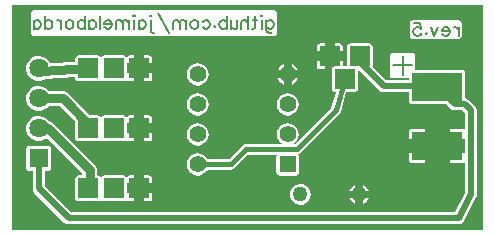
<source format=gbl>
G04 ---------------------------- Layer name :BOTTOM LAYER*
G04 easyEDA 0.1*
G04 Scale: 100 percent, Rotated: No, Reflected: No *
G04 Dimensions in inches *
G04 leading zeros omitted , absolute positions ,2 integer and 4 * 
%FSLAX24Y24*%
%MOIN*%
G90*
G70D02*

%ADD11C,0.030000*%
%ADD12C,0.015000*%
%ADD13C,0.020000*%
%ADD14C,0.008000*%
%ADD15C,0.050000*%
%ADD17R,0.055000X0.055000*%
%ADD18C,0.055000*%
%ADD20R,0.066000X0.066000*%
%ADD21R,0.064300X0.064300*%
%ADD22C,0.064300*%
%ADD24R,0.168700X0.093700*%

%LPD*%
%LNCopperArea outer*%
G36*
G01X0Y7500D02*
G01X0Y15000D01*
G01X15700Y15000D01*
G01X15700Y7500D01*
G01X0Y7500D01*
G37*

%LPC*%
%LNCopper Hole*%
G36*
G01X732Y13982D02*
G01X8734Y13982D01*
G01X8764Y13986D01*
G01X8792Y14001D01*
G01X8814Y14023D01*
G01X8830Y14051D01*
G01X8834Y14082D01*
G01X8834Y14736D01*
G01X8830Y14765D01*
G01X8814Y14794D01*
G01X8792Y14815D01*
G01X8764Y14832D01*
G01X8734Y14836D01*
G01X732Y14836D01*
G01X701Y14832D01*
G01X673Y14815D01*
G01X651Y14794D01*
G01X636Y14765D01*
G01X632Y14736D01*
G01X632Y14082D01*
G01X636Y14051D01*
G01X651Y14023D01*
G01X673Y14001D01*
G01X701Y13986D01*
G01X732Y13982D01*
G37*
G36*
G01X13369Y13884D02*
G01X14892Y13884D01*
G01X14922Y13888D01*
G01X14950Y13903D01*
G01X14972Y13926D01*
G01X14988Y13953D01*
G01X14992Y13984D01*
G01X14992Y14413D01*
G01X14988Y14444D01*
G01X14972Y14471D01*
G01X14950Y14494D01*
G01X14922Y14509D01*
G01X14892Y14513D01*
G01X13369Y14513D01*
G01X13339Y14509D01*
G01X13311Y14494D01*
G01X13289Y14471D01*
G01X13273Y14444D01*
G01X13269Y14413D01*
G01X13269Y13984D01*
G01X13273Y13953D01*
G01X13289Y13926D01*
G01X13311Y13903D01*
G01X13339Y13888D01*
G01X13369Y13884D01*
G37*
G36*
G01X9592Y8351D02*
G01X9706Y8359D01*
G01X9811Y8405D01*
G01X9896Y8486D01*
G01X9952Y8586D01*
G01X9969Y8700D01*
G01X9952Y8813D01*
G01X9896Y8913D01*
G01X9811Y8994D01*
G01X9706Y9040D01*
G01X9592Y9048D01*
G01X9480Y9019D01*
G01X9381Y8957D01*
G01X9311Y8865D01*
G01X9273Y8757D01*
G01X9273Y8642D01*
G01X9311Y8534D01*
G01X9381Y8442D01*
G01X9480Y8380D01*
G01X9592Y8351D01*
G37*
G36*
G01X11703Y8376D02*
G01X11772Y8405D01*
G01X11856Y8486D01*
G01X11906Y8576D01*
G01X11703Y8576D01*
G01X11703Y8376D01*
G37*
G36*
G01X11456Y8376D02*
G01X11456Y8576D01*
G01X11257Y8576D01*
G01X11272Y8534D01*
G01X11342Y8442D01*
G01X11439Y8380D01*
G01X11456Y8376D01*
G37*
G36*
G01X2219Y8469D02*
G01X2880Y8469D01*
G01X2909Y8473D01*
G01X2938Y8490D01*
G01X2959Y8511D01*
G01X2976Y8538D01*
G01X2990Y8511D01*
G01X3011Y8490D01*
G01X3040Y8473D01*
G01X3069Y8469D01*
G01X3730Y8469D01*
G01X3759Y8473D01*
G01X3788Y8490D01*
G01X3809Y8511D01*
G01X3826Y8538D01*
G01X3840Y8511D01*
G01X3861Y8490D01*
G01X3890Y8473D01*
G01X3919Y8469D01*
G01X4086Y8469D01*
G01X4086Y8736D01*
G01X3830Y8736D01*
G01X3830Y9063D01*
G01X4086Y9063D01*
G01X4086Y9330D01*
G01X3919Y9330D01*
G01X3890Y9326D01*
G01X3861Y9309D01*
G01X3840Y9288D01*
G01X3826Y9261D01*
G01X3809Y9288D01*
G01X3788Y9309D01*
G01X3759Y9326D01*
G01X3730Y9330D01*
G01X3069Y9330D01*
G01X3040Y9326D01*
G01X3011Y9309D01*
G01X2990Y9288D01*
G01X2976Y9261D01*
G01X2959Y9288D01*
G01X2938Y9309D01*
G01X2909Y9326D01*
G01X2880Y9330D01*
G01X2850Y9330D01*
G01X2850Y9500D01*
G01X2846Y9540D01*
G01X2838Y9578D01*
G01X2821Y9613D01*
G01X2801Y9646D01*
G01X2776Y9676D01*
G01X1376Y11076D01*
G01X1346Y11101D01*
G01X1313Y11121D01*
G01X1278Y11138D01*
G01X1240Y11146D01*
G01X1238Y11146D01*
G01X1161Y11228D01*
G01X1053Y11290D01*
G01X932Y11317D01*
G01X805Y11309D01*
G01X690Y11263D01*
G01X592Y11186D01*
G01X521Y11082D01*
G01X484Y10961D01*
G01X484Y10838D01*
G01X521Y10717D01*
G01X592Y10613D01*
G01X690Y10536D01*
G01X805Y10490D01*
G01X932Y10482D01*
G01X1053Y10509D01*
G01X1161Y10571D01*
G01X1167Y10580D01*
G01X2350Y9398D01*
G01X2350Y9330D01*
G01X2219Y9330D01*
G01X2190Y9326D01*
G01X2161Y9309D01*
G01X2140Y9288D01*
G01X2123Y9259D01*
G01X2119Y9230D01*
G01X2119Y8569D01*
G01X2123Y8540D01*
G01X2140Y8511D01*
G01X2161Y8490D01*
G01X2190Y8473D01*
G01X2219Y8469D01*
G37*
G36*
G01X10169Y13463D02*
G01X10435Y13463D01*
G01X10435Y13730D01*
G01X10269Y13730D01*
G01X10239Y13726D01*
G01X10211Y13709D01*
G01X10189Y13688D01*
G01X10173Y13659D01*
G01X10169Y13630D01*
G01X10169Y13463D01*
G37*
G36*
G01X4414Y8469D02*
G01X4580Y8469D01*
G01X4610Y8473D01*
G01X4638Y8490D01*
G01X4660Y8511D01*
G01X4676Y8540D01*
G01X4680Y8569D01*
G01X4680Y8736D01*
G01X4414Y8736D01*
G01X4414Y8469D01*
G37*
G36*
G01X10764Y13463D02*
G01X11030Y13463D01*
G01X11030Y13630D01*
G01X11026Y13659D01*
G01X11010Y13688D01*
G01X10988Y13709D01*
G01X10960Y13726D01*
G01X10930Y13730D01*
G01X10764Y13730D01*
G01X10764Y13463D01*
G37*
G36*
G01X4414Y13063D02*
G01X4680Y13063D01*
G01X4680Y13230D01*
G01X4676Y13259D01*
G01X4660Y13288D01*
G01X4638Y13309D01*
G01X4610Y13326D01*
G01X4580Y13330D01*
G01X4414Y13330D01*
G01X4414Y13063D01*
G37*
G36*
G01X11703Y8823D02*
G01X11906Y8823D01*
G01X11856Y8913D01*
G01X11772Y8994D01*
G01X11703Y9023D01*
G01X11703Y8823D01*
G37*
G36*
G01X11257Y8823D02*
G01X11456Y8823D01*
G01X11456Y9023D01*
G01X11439Y9019D01*
G01X11342Y8957D01*
G01X11272Y8865D01*
G01X11257Y8823D01*
G37*
G36*
G01X4414Y9063D02*
G01X4680Y9063D01*
G01X4680Y9230D01*
G01X4676Y9259D01*
G01X4660Y9288D01*
G01X4638Y9309D01*
G01X4610Y9326D01*
G01X4580Y9330D01*
G01X4414Y9330D01*
G01X4414Y9063D01*
G37*
G36*
G01X10269Y12869D02*
G01X10435Y12869D01*
G01X10435Y13136D01*
G01X10169Y13136D01*
G01X10169Y12969D01*
G01X10173Y12940D01*
G01X10189Y12911D01*
G01X10211Y12890D01*
G01X10239Y12873D01*
G01X10269Y12869D01*
G37*
G36*
G01X8853Y12836D02*
G01X9064Y12836D01*
G01X9064Y13046D01*
G01X8980Y13001D01*
G01X8897Y12919D01*
G01X8853Y12836D01*
G37*
G36*
G01X9335Y12836D02*
G01X9546Y12836D01*
G01X9502Y12919D01*
G01X9419Y13001D01*
G01X9335Y13046D01*
G01X9335Y12836D01*
G37*
G36*
G01X4414Y12469D02*
G01X4580Y12469D01*
G01X4610Y12473D01*
G01X4638Y12490D01*
G01X4660Y12511D01*
G01X4676Y12540D01*
G01X4680Y12569D01*
G01X4680Y12736D01*
G01X4414Y12736D01*
G01X4414Y12469D01*
G37*
G36*
G01X2219Y12469D02*
G01X2880Y12469D01*
G01X2909Y12473D01*
G01X2938Y12490D01*
G01X2959Y12511D01*
G01X2976Y12538D01*
G01X2990Y12511D01*
G01X3011Y12490D01*
G01X3040Y12473D01*
G01X3069Y12469D01*
G01X3730Y12469D01*
G01X3759Y12473D01*
G01X3788Y12490D01*
G01X3809Y12511D01*
G01X3826Y12538D01*
G01X3840Y12511D01*
G01X3861Y12490D01*
G01X3890Y12473D01*
G01X3919Y12469D01*
G01X4086Y12469D01*
G01X4086Y12736D01*
G01X3830Y12736D01*
G01X3830Y13063D01*
G01X4086Y13063D01*
G01X4086Y13330D01*
G01X3919Y13330D01*
G01X3890Y13326D01*
G01X3861Y13309D01*
G01X3840Y13288D01*
G01X3826Y13261D01*
G01X3809Y13288D01*
G01X3788Y13309D01*
G01X3759Y13326D01*
G01X3730Y13330D01*
G01X3069Y13330D01*
G01X3040Y13326D01*
G01X3011Y13309D01*
G01X2990Y13288D01*
G01X2976Y13261D01*
G01X2959Y13288D01*
G01X2938Y13309D01*
G01X2909Y13326D01*
G01X2880Y13330D01*
G01X2219Y13330D01*
G01X2190Y13326D01*
G01X2161Y13309D01*
G01X2140Y13288D01*
G01X2123Y13259D01*
G01X2119Y13230D01*
G01X2119Y13123D01*
G01X1280Y13069D01*
G01X1248Y13136D01*
G01X1161Y13228D01*
G01X1053Y13290D01*
G01X932Y13317D01*
G01X805Y13309D01*
G01X690Y13263D01*
G01X592Y13186D01*
G01X521Y13082D01*
G01X484Y12961D01*
G01X484Y12838D01*
G01X521Y12717D01*
G01X592Y12613D01*
G01X690Y12536D01*
G01X805Y12490D01*
G01X932Y12482D01*
G01X1053Y12509D01*
G01X1138Y12557D01*
G01X2119Y12621D01*
G01X2119Y12569D01*
G01X2123Y12540D01*
G01X2140Y12511D01*
G01X2161Y12490D01*
G01X2190Y12473D01*
G01X2219Y12469D01*
G37*
G36*
G01X9064Y12353D02*
G01X9064Y12563D01*
G01X8853Y12563D01*
G01X8897Y12480D01*
G01X8980Y12398D01*
G01X9064Y12353D01*
G37*
G36*
G01X9335Y12353D02*
G01X9419Y12398D01*
G01X9502Y12480D01*
G01X9546Y12563D01*
G01X9335Y12563D01*
G01X9335Y12353D01*
G37*
G36*
G01X13335Y9751D02*
G01X13760Y9751D01*
G01X13760Y10086D01*
G01X13235Y10086D01*
G01X13235Y9851D01*
G01X13239Y9821D01*
G01X13256Y9794D01*
G01X13277Y9771D01*
G01X13306Y9755D01*
G01X13335Y9751D01*
G37*
G36*
G01X6200Y12326D02*
G01X6315Y12344D01*
G01X6419Y12398D01*
G01X6502Y12480D01*
G01X6556Y12584D01*
G01X6573Y12700D01*
G01X6556Y12815D01*
G01X6502Y12919D01*
G01X6419Y13001D01*
G01X6315Y13055D01*
G01X6200Y13073D01*
G01X6084Y13055D01*
G01X5980Y13001D01*
G01X5897Y12919D01*
G01X5843Y12815D01*
G01X5826Y12700D01*
G01X5843Y12584D01*
G01X5897Y12480D01*
G01X5980Y12398D01*
G01X6084Y12344D01*
G01X6200Y12326D01*
G37*
G36*
G01X6200Y10326D02*
G01X6315Y10344D01*
G01X6419Y10398D01*
G01X6502Y10480D01*
G01X6556Y10584D01*
G01X6573Y10700D01*
G01X6556Y10815D01*
G01X6502Y10919D01*
G01X6419Y11001D01*
G01X6315Y11055D01*
G01X6200Y11073D01*
G01X6084Y11055D01*
G01X5980Y11001D01*
G01X5897Y10919D01*
G01X5843Y10815D01*
G01X5826Y10700D01*
G01X5843Y10584D01*
G01X5897Y10480D01*
G01X5980Y10398D01*
G01X6084Y10344D01*
G01X6200Y10326D01*
G37*
G36*
G01X9200Y11326D02*
G01X9315Y11344D01*
G01X9419Y11398D01*
G01X9502Y11480D01*
G01X9556Y11584D01*
G01X9573Y11700D01*
G01X9556Y11815D01*
G01X9502Y11919D01*
G01X9419Y12001D01*
G01X9315Y12055D01*
G01X9200Y12073D01*
G01X9084Y12055D01*
G01X8980Y12001D01*
G01X8897Y11919D01*
G01X8843Y11815D01*
G01X8826Y11700D01*
G01X8843Y11584D01*
G01X8897Y11480D01*
G01X8980Y11398D01*
G01X9084Y11344D01*
G01X9200Y11326D01*
G37*
G36*
G01X2219Y10469D02*
G01X2880Y10469D01*
G01X2909Y10473D01*
G01X2938Y10490D01*
G01X2959Y10511D01*
G01X2976Y10538D01*
G01X2990Y10511D01*
G01X3011Y10490D01*
G01X3040Y10473D01*
G01X3069Y10469D01*
G01X3730Y10469D01*
G01X3759Y10473D01*
G01X3788Y10490D01*
G01X3809Y10511D01*
G01X3826Y10538D01*
G01X3840Y10511D01*
G01X3861Y10490D01*
G01X3890Y10473D01*
G01X3919Y10469D01*
G01X4086Y10469D01*
G01X4086Y10736D01*
G01X3830Y10736D01*
G01X3830Y11063D01*
G01X4086Y11063D01*
G01X4086Y11330D01*
G01X3919Y11330D01*
G01X3890Y11326D01*
G01X3861Y11309D01*
G01X3840Y11288D01*
G01X3826Y11261D01*
G01X3809Y11288D01*
G01X3788Y11309D01*
G01X3759Y11326D01*
G01X3730Y11330D01*
G01X3069Y11330D01*
G01X3040Y11326D01*
G01X3011Y11309D01*
G01X2990Y11288D01*
G01X2976Y11261D01*
G01X2959Y11288D01*
G01X2938Y11309D01*
G01X2909Y11326D01*
G01X2880Y11330D01*
G01X2621Y11330D01*
G01X1876Y12076D01*
G01X1846Y12101D01*
G01X1813Y12121D01*
G01X1778Y12138D01*
G01X1740Y12146D01*
G01X1700Y12150D01*
G01X1234Y12150D01*
G01X1161Y12228D01*
G01X1053Y12290D01*
G01X932Y12317D01*
G01X805Y12309D01*
G01X690Y12263D01*
G01X592Y12186D01*
G01X521Y12082D01*
G01X484Y11961D01*
G01X484Y11838D01*
G01X521Y11717D01*
G01X592Y11613D01*
G01X690Y11536D01*
G01X805Y11490D01*
G01X932Y11482D01*
G01X1053Y11509D01*
G01X1161Y11571D01*
G01X1234Y11650D01*
G01X1598Y11650D01*
G01X2119Y11128D01*
G01X2119Y10569D01*
G01X2123Y10540D01*
G01X2140Y10511D01*
G01X2161Y10490D01*
G01X2190Y10473D01*
G01X2219Y10469D01*
G37*
G36*
G01X6200Y11326D02*
G01X6315Y11344D01*
G01X6419Y11398D01*
G01X6502Y11480D01*
G01X6556Y11584D01*
G01X6573Y11700D01*
G01X6556Y11815D01*
G01X6502Y11919D01*
G01X6419Y12001D01*
G01X6315Y12055D01*
G01X6200Y12073D01*
G01X6084Y12055D01*
G01X5980Y12001D01*
G01X5897Y11919D01*
G01X5843Y11815D01*
G01X5826Y11700D01*
G01X5843Y11584D01*
G01X5897Y11480D01*
G01X5980Y11398D01*
G01X6084Y11344D01*
G01X6200Y11326D01*
G37*
G36*
G01X4414Y10469D02*
G01X4580Y10469D01*
G01X4610Y10473D01*
G01X4638Y10490D01*
G01X4660Y10511D01*
G01X4676Y10540D01*
G01X4680Y10569D01*
G01X4680Y10736D01*
G01X4414Y10736D01*
G01X4414Y10469D01*
G37*
G36*
G01X1900Y7700D02*
G01X14900Y7700D01*
G01X14943Y7703D01*
G01X14985Y7719D01*
G01X15023Y7742D01*
G01X15053Y7773D01*
G01X15077Y7809D01*
G01X15477Y8609D01*
G01X15485Y8628D01*
G01X15492Y8646D01*
G01X15500Y8682D01*
G01X15500Y11500D01*
G01X15497Y11532D01*
G01X15489Y11561D01*
G01X15477Y11590D01*
G01X15461Y11617D01*
G01X15442Y11642D01*
G01X15242Y11842D01*
G01X15218Y11861D01*
G01X15189Y11878D01*
G01X15161Y11890D01*
G01X15131Y11898D01*
G01X15122Y11898D01*
G01X15122Y12750D01*
G01X15118Y12780D01*
G01X15102Y12807D01*
G01X15080Y12830D01*
G01X15052Y12846D01*
G01X15022Y12850D01*
G01X13456Y12850D01*
G01X13456Y13326D01*
G01X13452Y13355D01*
G01X13435Y13384D01*
G01X13414Y13405D01*
G01X13385Y13421D01*
G01X13356Y13426D01*
G01X12702Y13426D01*
G01X12672Y13421D01*
G01X12643Y13405D01*
G01X12622Y13384D01*
G01X12606Y13355D01*
G01X12602Y13326D01*
G01X12602Y12671D01*
G01X12606Y12642D01*
G01X12622Y12613D01*
G01X12643Y12592D01*
G01X12672Y12576D01*
G01X12702Y12571D01*
G01X13235Y12571D01*
G01X13235Y12500D01*
G01X12484Y12500D01*
G01X12027Y12955D01*
G01X12030Y12969D01*
G01X12030Y13630D01*
G01X12026Y13659D01*
G01X12010Y13688D01*
G01X11988Y13709D01*
G01X11960Y13726D01*
G01X11930Y13730D01*
G01X11269Y13730D01*
G01X11239Y13726D01*
G01X11211Y13709D01*
G01X11189Y13688D01*
G01X11173Y13659D01*
G01X11169Y13630D01*
G01X11169Y12980D01*
G01X11030Y12980D01*
G01X11030Y13136D01*
G01X10764Y13136D01*
G01X10764Y12980D01*
G01X10739Y12976D01*
G01X10711Y12959D01*
G01X10689Y12938D01*
G01X10673Y12909D01*
G01X10669Y12880D01*
G01X10669Y12219D01*
G01X10673Y12190D01*
G01X10689Y12161D01*
G01X10711Y12140D01*
G01X10739Y12123D01*
G01X10769Y12119D01*
G01X10796Y12119D01*
G01X10643Y11592D01*
G01X9426Y10373D01*
G01X9373Y10373D01*
G01X9419Y10398D01*
G01X9502Y10480D01*
G01X9556Y10584D01*
G01X9573Y10700D01*
G01X9556Y10815D01*
G01X9502Y10919D01*
G01X9419Y11001D01*
G01X9315Y11055D01*
G01X9200Y11073D01*
G01X9084Y11055D01*
G01X8980Y11001D01*
G01X8897Y10919D01*
G01X8843Y10815D01*
G01X8826Y10700D01*
G01X8843Y10584D01*
G01X8897Y10480D01*
G01X8980Y10398D01*
G01X9026Y10373D01*
G01X7800Y10373D01*
G01X7772Y10371D01*
G01X7746Y10365D01*
G01X7722Y10355D01*
G01X7697Y10340D01*
G01X7676Y10323D01*
G01X7226Y9873D01*
G01X6526Y9873D01*
G01X6502Y9919D01*
G01X6419Y10001D01*
G01X6315Y10055D01*
G01X6200Y10073D01*
G01X6084Y10055D01*
G01X5980Y10001D01*
G01X5897Y9919D01*
G01X5843Y9815D01*
G01X5826Y9700D01*
G01X5843Y9584D01*
G01X5897Y9480D01*
G01X5980Y9398D01*
G01X6084Y9344D01*
G01X6200Y9326D01*
G01X6315Y9344D01*
G01X6419Y9398D01*
G01X6502Y9480D01*
G01X6526Y9526D01*
G01X7300Y9526D01*
G01X7327Y9528D01*
G01X7353Y9534D01*
G01X7377Y9544D01*
G01X7402Y9559D01*
G01X7423Y9576D01*
G01X7873Y10026D01*
G01X8839Y10026D01*
G01X8827Y10005D01*
G01X8823Y9976D01*
G01X8823Y9426D01*
G01X8827Y9396D01*
G01X8843Y9367D01*
G01X8865Y9346D01*
G01X8893Y9330D01*
G01X8923Y9326D01*
G01X9473Y9326D01*
G01X9503Y9330D01*
G01X9531Y9346D01*
G01X9553Y9367D01*
G01X9569Y9396D01*
G01X9573Y9426D01*
G01X9573Y9976D01*
G01X9569Y10005D01*
G01X9553Y10034D01*
G01X9577Y10044D01*
G01X9602Y10059D01*
G01X9623Y10076D01*
G01X10923Y11376D01*
G01X10934Y11390D01*
G01X10946Y11403D01*
G01X10961Y11436D01*
G01X10968Y11451D01*
G01X11157Y12119D01*
G01X11430Y12119D01*
G01X11460Y12123D01*
G01X11488Y12140D01*
G01X11510Y12161D01*
G01X11526Y12190D01*
G01X11530Y12219D01*
G01X11530Y12869D01*
G01X11546Y12869D01*
G01X12257Y12157D01*
G01X12281Y12138D01*
G01X12310Y12121D01*
G01X12338Y12109D01*
G01X12368Y12101D01*
G01X12400Y12100D01*
G01X13235Y12100D01*
G01X13235Y11811D01*
G01X13239Y11782D01*
G01X13256Y11753D01*
G01X13277Y11732D01*
G01X13306Y11715D01*
G01X13335Y11711D01*
G01X14464Y11711D01*
G01X14618Y11557D01*
G01X14642Y11538D01*
G01X14669Y11521D01*
G01X14697Y11509D01*
G01X14727Y11501D01*
G01X14760Y11500D01*
G01X15015Y11500D01*
G01X15100Y11415D01*
G01X15100Y10850D01*
G01X15080Y10869D01*
G01X15052Y10886D01*
G01X15022Y10890D01*
G01X14600Y10890D01*
G01X14600Y10553D01*
G01X15100Y10553D01*
G01X15100Y10086D01*
G01X14600Y10086D01*
G01X14600Y9751D01*
G01X15022Y9751D01*
G01X15052Y9755D01*
G01X15080Y9771D01*
G01X15100Y9792D01*
G01X15100Y8746D01*
G01X14777Y8100D01*
G01X1984Y8100D01*
G01X1100Y8984D01*
G01X1100Y9480D01*
G01X1219Y9480D01*
G01X1250Y9484D01*
G01X1278Y9500D01*
G01X1300Y9521D01*
G01X1315Y9550D01*
G01X1319Y9580D01*
G01X1319Y10221D01*
G01X1315Y10251D01*
G01X1300Y10280D01*
G01X1278Y10301D01*
G01X1250Y10317D01*
G01X1219Y10321D01*
G01X578Y10321D01*
G01X548Y10317D01*
G01X519Y10301D01*
G01X498Y10280D01*
G01X482Y10251D01*
G01X478Y10221D01*
G01X478Y9580D01*
G01X482Y9550D01*
G01X498Y9521D01*
G01X519Y9500D01*
G01X548Y9484D01*
G01X578Y9480D01*
G01X700Y9480D01*
G01X700Y8900D01*
G01X701Y8867D01*
G01X709Y8838D01*
G01X721Y8809D01*
G01X738Y8782D01*
G01X757Y8757D01*
G01X1757Y7757D01*
G01X1782Y7738D01*
G01X1809Y7721D01*
G01X1838Y7709D01*
G01X1867Y7701D01*
G01X1900Y7700D01*
G37*
G36*
G01X13235Y10553D02*
G01X13760Y10553D01*
G01X13760Y10890D01*
G01X13335Y10890D01*
G01X13306Y10886D01*
G01X13277Y10869D01*
G01X13256Y10848D01*
G01X13239Y10819D01*
G01X13235Y10790D01*
G01X13235Y10553D01*
G37*
G36*
G01X4414Y11063D02*
G01X4680Y11063D01*
G01X4680Y11230D01*
G01X4676Y11259D01*
G01X4660Y11288D01*
G01X4638Y11309D01*
G01X4610Y11326D01*
G01X4580Y11330D01*
G01X4414Y11330D01*
G01X4414Y11063D01*
G37*

%LPD*%
%LNVIA PAD TRACK COPPERAREA*%
G54D11*
G01X2550Y12900D02*
G01X1000Y12800D01*
G01X900Y12900D01*
G01X2550Y10900D02*
G01X2550Y11050D01*
G01X1700Y11900D01*
G01X900Y11900D01*
G54D12*
G01X11100Y12550D02*
G01X10800Y11500D01*
G01X9500Y10200D01*
G01X9019Y10200D01*
G01X7800Y10200D01*
G01X7300Y9700D01*
G01X6200Y9700D01*
G54D11*
G01X900Y10900D02*
G01X1200Y10900D01*
G01X1900Y10200D01*
G01X2600Y9500D01*
G01X2600Y8950D01*
G01X2550Y8900D01*
G54D13*
G01X900Y9900D02*
G01X900Y8900D01*
G01X1900Y7900D01*
G01X14900Y7900D01*
G01X15300Y8700D01*
G01X15300Y11500D01*
G01X15100Y11700D01*
G01X14760Y11700D01*
G01X14180Y12280D01*
G01X11600Y13300D02*
G01X11600Y13100D01*
G01X12400Y12300D01*
G01X14160Y12300D01*
G01X14180Y12280D01*
G54D14*
G01X8490Y14511D02*
G01X8490Y14184D01*
G01X8510Y14123D01*
G01X8531Y14101D01*
G01X8573Y14082D01*
G01X8635Y14082D01*
G01X8675Y14101D01*
G01X8490Y14450D02*
G01X8531Y14490D01*
G01X8573Y14511D01*
G01X8635Y14511D01*
G01X8675Y14490D01*
G01X8715Y14450D01*
G01X8735Y14388D01*
G01X8735Y14348D01*
G01X8715Y14286D01*
G01X8675Y14244D01*
G01X8635Y14225D01*
G01X8573Y14225D01*
G01X8531Y14244D01*
G01X8490Y14286D01*
G01X8356Y14653D02*
G01X8335Y14634D01*
G01X8314Y14653D01*
G01X8335Y14675D01*
G01X8356Y14653D01*
G01X8335Y14511D02*
G01X8335Y14225D01*
G01X8119Y14653D02*
G01X8119Y14307D01*
G01X8098Y14244D01*
G01X8056Y14225D01*
G01X8015Y14225D01*
G01X8181Y14511D02*
G01X8035Y14511D01*
G01X7881Y14653D02*
G01X7881Y14225D01*
G01X7881Y14428D02*
G01X7819Y14490D01*
G01X7778Y14511D01*
G01X7715Y14511D01*
G01X7677Y14490D01*
G01X7656Y14428D01*
G01X7656Y14225D01*
G01X7521Y14511D02*
G01X7521Y14307D01*
G01X7502Y14244D01*
G01X7460Y14225D01*
G01X7398Y14225D01*
G01X7356Y14244D01*
G01X7296Y14307D01*
G01X7296Y14511D02*
G01X7296Y14225D01*
G01X7160Y14653D02*
G01X7160Y14225D01*
G01X7160Y14450D02*
G01X7119Y14490D01*
G01X7078Y14511D01*
G01X7019Y14511D01*
G01X6977Y14490D01*
G01X6935Y14450D01*
G01X6915Y14388D01*
G01X6915Y14348D01*
G01X6935Y14286D01*
G01X6977Y14244D01*
G01X7019Y14225D01*
G01X7078Y14225D01*
G01X7119Y14244D01*
G01X7160Y14286D01*
G01X6760Y14326D02*
G01X6781Y14307D01*
G01X6760Y14286D01*
G01X6739Y14307D01*
G01X6760Y14326D01*
G01X6360Y14450D02*
G01X6400Y14490D01*
G01X6440Y14511D01*
G01X6502Y14511D01*
G01X6544Y14490D01*
G01X6585Y14450D01*
G01X6606Y14388D01*
G01X6606Y14348D01*
G01X6585Y14286D01*
G01X6544Y14244D01*
G01X6502Y14225D01*
G01X6440Y14225D01*
G01X6400Y14244D01*
G01X6360Y14286D01*
G01X6123Y14511D02*
G01X6164Y14490D01*
G01X6203Y14450D01*
G01X6223Y14388D01*
G01X6223Y14348D01*
G01X6203Y14286D01*
G01X6164Y14244D01*
G01X6123Y14225D01*
G01X6060Y14225D01*
G01X6019Y14244D01*
G01X5978Y14286D01*
G01X5956Y14348D01*
G01X5956Y14388D01*
G01X5978Y14450D01*
G01X6019Y14490D01*
G01X6060Y14511D01*
G01X6123Y14511D01*
G01X5823Y14511D02*
G01X5823Y14225D01*
G01X5823Y14428D02*
G01X5760Y14490D01*
G01X5721Y14511D01*
G01X5660Y14511D01*
G01X5619Y14490D01*
G01X5598Y14428D01*
G01X5598Y14225D01*
G01X5598Y14428D02*
G01X5535Y14490D01*
G01X5496Y14511D01*
G01X5435Y14511D01*
G01X5394Y14490D01*
G01X5373Y14428D01*
G01X5373Y14225D01*
G01X4869Y14736D02*
G01X5239Y14082D01*
G01X4652Y14653D02*
G01X4631Y14634D01*
G01X4610Y14653D01*
G01X4631Y14675D01*
G01X4652Y14653D01*
G01X4631Y14511D02*
G01X4631Y14163D01*
G01X4652Y14101D01*
G01X4694Y14082D01*
G01X4735Y14082D01*
G01X4230Y14511D02*
G01X4230Y14225D01*
G01X4230Y14450D02*
G01X4273Y14490D01*
G01X4315Y14511D01*
G01X4375Y14511D01*
G01X4415Y14490D01*
G01X4456Y14450D01*
G01X4477Y14388D01*
G01X4477Y14348D01*
G01X4456Y14286D01*
G01X4415Y14244D01*
G01X4375Y14225D01*
G01X4315Y14225D01*
G01X4273Y14244D01*
G01X4230Y14286D01*
G01X4098Y14653D02*
G01X4076Y14634D01*
G01X4055Y14653D01*
G01X4076Y14675D01*
G01X4098Y14653D01*
G01X4076Y14511D02*
G01X4076Y14225D01*
G01X3921Y14511D02*
G01X3921Y14225D01*
G01X3921Y14428D02*
G01X3857Y14490D01*
G01X3819Y14511D01*
G01X3755Y14511D01*
G01X3715Y14490D01*
G01X3696Y14428D01*
G01X3696Y14225D01*
G01X3696Y14428D02*
G01X3632Y14490D01*
G01X3594Y14511D01*
G01X3530Y14511D01*
G01X3490Y14490D01*
G01X3471Y14428D01*
G01X3471Y14225D01*
G01X3334Y14388D02*
G01X3090Y14388D01*
G01X3090Y14428D01*
G01X3109Y14469D01*
G01X3128Y14490D01*
G01X3173Y14511D01*
G01X3232Y14511D01*
G01X3275Y14490D01*
G01X3315Y14450D01*
G01X3334Y14388D01*
G01X3334Y14348D01*
G01X3315Y14286D01*
G01X3275Y14244D01*
G01X3232Y14225D01*
G01X3173Y14225D01*
G01X3128Y14244D01*
G01X3090Y14286D01*
G01X2953Y14653D02*
G01X2953Y14225D01*
G01X2575Y14511D02*
G01X2575Y14225D01*
G01X2575Y14450D02*
G01X2615Y14490D01*
G01X2655Y14511D01*
G01X2719Y14511D01*
G01X2757Y14490D01*
G01X2800Y14450D01*
G01X2821Y14388D01*
G01X2821Y14348D01*
G01X2800Y14286D01*
G01X2757Y14244D01*
G01X2719Y14225D01*
G01X2655Y14225D01*
G01X2615Y14244D01*
G01X2575Y14286D01*
G01X2436Y14653D02*
G01X2436Y14225D01*
G01X2436Y14450D02*
G01X2400Y14490D01*
G01X2355Y14511D01*
G01X2298Y14511D01*
G01X2253Y14490D01*
G01X2211Y14450D01*
G01X2196Y14388D01*
G01X2196Y14348D01*
G01X2211Y14286D01*
G01X2253Y14244D01*
G01X2298Y14225D01*
G01X2355Y14225D01*
G01X2400Y14244D01*
G01X2436Y14286D01*
G01X1955Y14511D02*
G01X1998Y14490D01*
G01X2036Y14450D01*
G01X2057Y14388D01*
G01X2057Y14348D01*
G01X2036Y14286D01*
G01X1998Y14244D01*
G01X1955Y14225D01*
G01X1896Y14225D01*
G01X1853Y14244D01*
G01X1811Y14286D01*
G01X1794Y14348D01*
G01X1794Y14388D01*
G01X1811Y14450D01*
G01X1853Y14490D01*
G01X1896Y14511D01*
G01X1955Y14511D01*
G01X1657Y14511D02*
G01X1657Y14225D01*
G01X1657Y14388D02*
G01X1636Y14450D01*
G01X1598Y14490D01*
G01X1553Y14511D01*
G01X1496Y14511D01*
G01X1111Y14653D02*
G01X1111Y14225D01*
G01X1111Y14450D02*
G01X1153Y14490D01*
G01X1196Y14511D01*
G01X1255Y14511D01*
G01X1300Y14490D01*
G01X1336Y14450D01*
G01X1357Y14388D01*
G01X1357Y14348D01*
G01X1336Y14286D01*
G01X1300Y14244D01*
G01X1255Y14225D01*
G01X1196Y14225D01*
G01X1153Y14244D01*
G01X1111Y14286D01*
G01X732Y14511D02*
G01X732Y14225D01*
G01X732Y14450D02*
G01X775Y14490D01*
G01X815Y14511D01*
G01X876Y14511D01*
G01X919Y14490D01*
G01X957Y14450D01*
G01X978Y14388D01*
G01X978Y14348D01*
G01X957Y14286D01*
G01X919Y14244D01*
G01X876Y14225D01*
G01X815Y14225D01*
G01X775Y14244D01*
G01X732Y14286D01*
G01X13031Y13325D02*
G01X13031Y12671D01*
G01X13356Y12998D02*
G01X12702Y12998D01*
G01X14893Y14269D02*
G01X14893Y13984D01*
G01X14893Y14148D02*
G01X14872Y14209D01*
G01X14831Y14250D01*
G01X14790Y14269D01*
G01X14728Y14269D01*
G01X14593Y14148D02*
G01X14348Y14148D01*
G01X14348Y14188D01*
G01X14368Y14228D01*
G01X14389Y14250D01*
G01X14431Y14269D01*
G01X14492Y14269D01*
G01X14532Y14250D01*
G01X14573Y14209D01*
G01X14593Y14148D01*
G01X14593Y14107D01*
G01X14573Y14044D01*
G01X14532Y14003D01*
G01X14492Y13984D01*
G01X14431Y13984D01*
G01X14389Y14003D01*
G01X14348Y14044D01*
G01X14214Y14269D02*
G01X14090Y13984D01*
G01X13968Y14269D02*
G01X14090Y13984D01*
G01X13813Y14086D02*
G01X13832Y14065D01*
G01X13813Y14044D01*
G01X13793Y14065D01*
G01X13813Y14086D01*
G01X13411Y14413D02*
G01X13617Y14413D01*
G01X13636Y14228D01*
G01X13617Y14250D01*
G01X13555Y14269D01*
G01X13493Y14269D01*
G01X13432Y14250D01*
G01X13392Y14209D01*
G01X13371Y14148D01*
G01X13371Y14107D01*
G01X13392Y14044D01*
G01X13432Y14003D01*
G01X13493Y13984D01*
G01X13555Y13984D01*
G01X13617Y14003D01*
G01X13636Y14025D01*
G01X13657Y14065D01*
G54D15*
G01X11580Y8700D03*
G01X9619Y8700D03*
G54D17*
G01X9200Y9700D03*
G54D18*
G01X9200Y10700D03*
G01X9200Y11700D03*
G01X9200Y12700D03*
G01X6200Y12700D03*
G01X6200Y11700D03*
G01X6200Y10700D03*
G01X6200Y9700D03*
G54D20*
G01X4250Y10900D03*
G01X3400Y10900D03*
G01X2550Y10900D03*
G01X4250Y8900D03*
G01X3400Y8900D03*
G01X2550Y8900D03*
G01X4250Y12900D03*
G01X3400Y12900D03*
G01X2550Y12900D03*
G54D21*
G01X900Y9900D03*
G54D22*
G01X900Y10900D03*
G01X900Y11900D03*
G01X900Y12900D03*
G54D24*
G01X14180Y12280D03*
G01X14180Y10319D03*
G54D20*
G01X11600Y13300D03*
G01X11100Y12550D03*
G01X10600Y13300D03*
G54D15*
G01X11580Y8700D03*
G01X9619Y8700D03*
G54D17*
G01X9200Y9700D03*
G54D18*
G01X9200Y10700D03*
G01X9200Y11700D03*
G01X9200Y12700D03*
G01X6200Y12700D03*
G01X6200Y11700D03*
G01X6200Y10700D03*
G01X6200Y9700D03*
G54D20*
G01X4250Y10900D03*
G01X3400Y10900D03*
G01X2550Y10900D03*
G01X4250Y8900D03*
G01X3400Y8900D03*
G01X2550Y8900D03*
G01X4250Y12900D03*
G01X3400Y12900D03*
G01X2550Y12900D03*
G54D21*
G01X900Y9900D03*
G54D22*
G01X900Y10900D03*
G01X900Y11900D03*
G01X900Y12900D03*
G54D24*
G01X14180Y12280D03*
G01X14180Y10319D03*
G54D20*
G01X11600Y13300D03*
G01X11100Y12550D03*
G01X10600Y13300D03*

M00*
M02*
</source>
